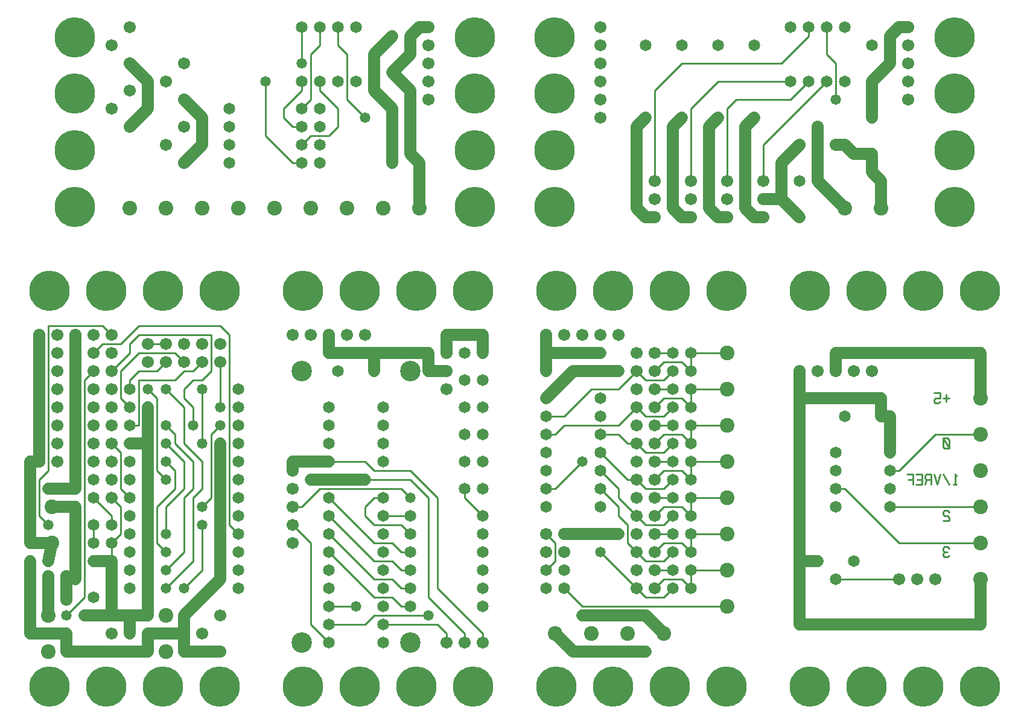
<source format=gbl>
%MOIN*%
%FSLAX25Y25*%
G04 D10 used for Character Trace; *
G04     Circle (OD=.01000) (No hole)*
G04 D11 used for Power Trace; *
G04     Circle (OD=.06700) (No hole)*
G04 D12 used for Signal Trace; *
G04     Circle (OD=.01100) (No hole)*
G04 D13 used for Via; *
G04     Circle (OD=.05800) (Round. Hole ID=.02800)*
G04 D14 used for Component hole; *
G04     Circle (OD=.06500) (Round. Hole ID=.03500)*
G04 D15 used for Component hole; *
G04     Circle (OD=.06700) (Round. Hole ID=.04300)*
G04 D16 used for Component hole; *
G04     Circle (OD=.08100) (Round. Hole ID=.05100)*
G04 D17 used for Component hole; *
G04     Circle (OD=.08900) (Round. Hole ID=.05900)*
G04 D18 used for Component hole; *
G04     Circle (OD=.11300) (Round. Hole ID=.08300)*
G04 D19 used for Component hole; *
G04     Circle (OD=.16000) (Round. Hole ID=.13000)*
G04 D20 used for Component hole; *
G04     Circle (OD=.18300) (Round. Hole ID=.15300)*
G04 D21 used for Component hole; *
G04     Circle (OD=.22291) (Round. Hole ID=.19291)*
%ADD10C,.01000*%
%ADD11C,.06700*%
%ADD12C,.01100*%
%ADD13C,.05800*%
%ADD14C,.06500*%
%ADD15C,.06700*%
%ADD16C,.08100*%
%ADD17C,.08900*%
%ADD18C,.11300*%
%ADD19C,.16000*%
%ADD20C,.18300*%
%ADD21C,.22291*%
%IPPOS*%
%LPD*%
G90*X0Y0D02*D11*X45000Y45000D02*X65000D01*        
Y35000D01*X75000D01*D14*D03*D11*X110000D01*       
Y45000D01*X130000D01*Y35000D01*X150000D01*D15*D03*
X140000Y45000D03*D11*X130000D02*Y55000D01*D16*    
X120000D03*Y35000D03*D11*X130000Y55000D02*        
X150000Y75000D01*Y95000D01*D13*D03*D11*Y150000D01*
D13*D03*D12*X145000Y120000D02*Y155000D01*         
X140000Y115000D02*X145000Y120000D01*D13*          
X140000Y115000D03*D12*X135000Y85000D02*Y120000D01*
X120000Y70000D02*X135000Y85000D01*D13*            
X120000Y70000D03*X130000D03*D12*X140000Y80000D01* 
Y105000D01*D13*D03*D12*X120000Y80000D02*          
X130000Y90000D01*D13*X120000Y80000D03*D12*        
X130000Y90000D02*Y120000D01*X135000Y125000D01*    
Y140000D01*X125000Y150000D01*Y155000D01*          
X120000Y160000D01*D13*D03*D12*X140000Y140000D02*  
X130000Y150000D01*X140000Y125000D02*Y140000D01*   
X135000Y120000D02*X140000Y125000D01*              
X120000Y115000D02*X130000Y125000D01*              
X120000Y100000D02*Y115000D01*D13*Y100000D03*D12*  
Y90000D02*X115000Y95000D01*D13*X120000Y90000D03*  
D12*X115000Y95000D02*Y115000D01*X125000Y125000D01*
Y135000D01*X120000Y140000D01*D13*D03*D12*         
Y130000D02*X115000Y135000D01*D13*                 
X120000Y130000D03*D12*X115000Y135000D02*          
Y175000D01*X110000Y180000D01*D13*D03*D12*         
X105000Y160000D02*Y185000D01*X100000Y160000D02*   
X105000D01*D14*X100000D03*D11*X110000Y55000D02*   
Y150000D01*X100000Y55000D02*X110000D01*           
X100000Y45000D02*Y55000D01*D13*Y45000D03*D11*     
X75000Y55000D02*X90000D01*D14*X75000D03*D15*      
X65000Y63500D03*D11*Y76500D01*D15*D03*D11*        
X70000Y75000D01*Y115000D01*X57000D01*D16*D03*D12* 
X55000Y105000D02*X50000Y110000D01*D13*            
X55000Y105000D03*D12*X50000Y110000D02*Y130000D01* 
X55000Y135000D01*Y215000D01*X85000D01*            
X90000Y210000D01*D15*D03*D12*X85000Y205000D02*    
X95000D01*X80000Y200000D02*X85000Y205000D01*D15*  
X80000Y200000D03*X90000Y190000D03*D12*            
X100000Y200000D01*Y205000D01*X105000Y210000D01*   
X145000D01*Y190000D01*X140000Y185000D01*          
X135000D01*X130000Y180000D01*Y175000D01*          
X135000Y170000D01*Y160000D01*D13*D03*D12*         
X145000Y155000D02*X150000Y160000D01*D13*D03*D14*  
X160000Y150000D03*Y170000D03*D13*                 
X140000Y150000D03*D12*Y180000D01*D13*D03*         
X150000Y170000D03*D12*Y195000D01*D15*D03*         
X140000Y205000D03*X150000D03*X140000Y195000D03*   
D12*X135000Y190000D01*X130000D01*                 
X125000Y185000D01*X105000D01*D14*                 
X100000Y180000D03*D12*Y185000D01*                 
X105000Y190000D01*X115000D01*X120000Y195000D01*   
D15*D03*D12*X130000D02*X125000Y200000D01*D15*     
X130000Y195000D03*D12*X105000Y200000D02*          
X125000D01*X95000Y190000D02*X105000Y200000D01*    
X95000Y175000D02*Y190000D01*X100000Y170000D02*    
X95000Y175000D01*D14*X100000Y170000D03*D15*       
X90000Y180000D03*Y160000D03*D13*X110000Y170000D03*
D11*Y150000D01*X100000D01*D14*D03*D12*            
X95000Y125000D02*Y145000D01*X100000Y120000D02*    
X95000Y125000D01*D14*X100000Y120000D03*D12*       
X95000Y100000D02*Y115000D01*X90000Y95000D02*      
X95000Y100000D01*D14*X90000Y95000D03*D12*         
Y85000D01*D15*D03*D11*Y55000D01*X100000D01*D15*   
X90000Y45000D03*D14*X100000Y70000D03*             
X80000Y65000D03*D12*X65000Y55000D02*              
X75000Y65000D01*D13*X65000Y55000D03*D12*          
X75000Y65000D02*Y185000D01*X80000Y190000D01*D15*  
D03*X90000Y200000D03*X70000D03*D11*Y190000D01*D15*
D03*D11*Y180000D01*D15*D03*D11*Y170000D01*D15*D03*
D11*Y160000D01*D15*D03*D11*Y150000D01*D15*D03*D11*
Y140000D01*D15*D03*D11*Y125000D01*X55000D01*D13*  
D03*D15*X60000Y140000D03*X50000D03*D11*X45000D01* 
Y95000D01*X57000D01*D16*D03*D11*X55000Y85000D01*  
D13*D03*X45000D03*D11*Y45000D01*D16*              
X55000Y35000D03*Y55000D03*D11*Y63500D01*D15*D03*  
D11*Y76500D01*D15*D03*D14*X80000Y85000D03*D11*    
X90000D01*D14*X80000Y95000D03*D12*Y105000D01*D14* 
D03*X90000D03*D12*Y110000D01*X80000Y120000D01*D14*
D03*D15*X90000Y130000D03*Y120000D03*D12*          
X95000Y115000D01*D14*X100000Y110000D03*           
X80000Y130000D03*X100000D03*Y100000D03*Y140000D03*
D15*X90000D03*D14*X100000Y90000D03*D15*           
X80000Y140000D03*D12*X95000Y145000D02*            
X90000Y150000D01*D15*D03*X80000Y160000D03*        
Y150000D03*X90000Y170000D03*X80000D03*D13*        
X120000Y180000D03*D12*X130000Y170000D01*          
Y150000D01*D13*X120000D03*D12*X130000Y140000D01*  
Y125000D01*X160000Y100000D02*X155000Y105000D01*   
D14*X160000Y100000D03*D12*X155000Y105000D02*      
Y210000D01*X150000Y215000D01*X105000D01*          
X95000Y205000D01*D15*X110000Y195000D03*           
X80000Y210000D03*X110000Y205000D03*D12*X120000D01*
D15*D03*X130000D03*D21*X149375Y234375D03*         
X118125D03*X86875D03*D14*X160000Y180000D03*D15*   
X80000D03*D14*X160000Y160000D03*D15*              
X70000Y210000D03*D11*Y200000D01*D15*              
X60000Y210000D03*Y190000D03*Y200000D03*           
X50000Y180000D03*D11*Y170000D01*D15*D03*D11*      
Y160000D01*D15*D03*D11*Y150000D01*D15*D03*D11*    
Y140000D01*D15*X60000Y150000D03*Y160000D03*       
Y170000D03*Y180000D03*D11*X50000D02*Y190000D01*   
D15*D03*D11*Y200000D01*D15*D03*D11*Y210000D01*D15*
D03*D21*X55625Y234375D03*D14*X160000Y110000D03*   
Y120000D03*Y130000D03*Y140000D03*Y90000D03*       
X100000Y80000D03*X160000D03*Y70000D03*D15*        
X150000Y55000D03*D21*X55625Y15625D03*X86875D03*   
X118125D03*X149375D03*G90*X0Y0D02*D15*            
X190000Y95000D03*Y105000D03*D12*X200000Y95000D01* 
Y50000D01*X210000Y40000D01*D14*D03*Y50000D03*D12* 
X230000D01*X235000Y55000D01*X265000D01*D13*D03*   
D12*X275000Y45000D02*X270000Y50000D01*            
X275000Y40000D02*Y45000D01*D15*Y40000D03*         
X285000D03*D12*Y45000D01*X265000Y65000D01*        
Y120000D01*X255000Y130000D01*X230000D01*D13*D03*  
D11*X200000D01*D13*D03*D12*X195000Y115000D02*     
X205000Y125000D01*X190000Y115000D02*X195000D01*   
D15*X190000D03*Y125000D03*D12*X205000D02*         
X250000D01*X255000Y120000D01*D13*D03*D14*         
Y110000D03*D12*X240000D01*D14*D03*D12*            
X235000Y105000D02*X250000D01*X255000Y100000D01*   
D14*D03*D12*X250000Y90000D02*X255000D01*D14*D03*  
D12*X250000D02*X245000Y95000D01*X235000D01*       
X210000Y120000D01*D14*D03*Y110000D03*D12*         
X235000Y85000D01*X245000D01*X250000Y80000D01*     
X255000D01*D14*D03*D12*X250000Y70000D02*          
X255000D01*D14*D03*D12*X250000D02*                
X245000Y75000D01*X235000D01*X210000Y100000D01*D14*
D03*Y90000D03*D12*X235000Y65000D01*X245000D01*    
X250000Y60000D01*X255000D01*D14*D03*D12*          
X240000Y50000D02*X270000D01*D14*X240000D03*       
Y60000D03*Y40000D03*D18*X255000D03*D13*           
X225000Y60000D03*D12*X210000D01*D14*D03*Y70000D03*
D18*X195000Y40000D03*D14*X210000Y80000D03*        
X240000Y90000D03*Y70000D03*Y80000D03*Y100000D03*  
D12*X235000Y105000D02*X230000Y110000D01*          
Y115000D01*X235000Y120000D01*X240000D01*D14*D03*  
D12*X270000D02*X255000Y135000D01*X270000Y70000D02*
Y120000D01*X295000Y45000D02*X270000Y70000D01*     
X295000Y40000D02*Y45000D01*D15*Y40000D03*D14*     
Y60000D03*D21*X289375Y15625D03*D14*               
X295000Y70000D03*D21*X258125Y15625D03*D14*        
X295000Y80000D03*Y90000D03*Y100000D03*Y110000D03* 
D12*X285000Y120000D01*Y125000D01*D14*D03*         
X295000D03*Y140000D03*X285000D03*                 
X295000Y155000D03*D12*X235000Y135000D02*          
X255000D01*X235000D02*X230000Y140000D01*          
X210000D01*D14*D03*D11*X190000D01*Y135000D01*D15* 
D03*D14*X210000Y150000D03*Y160000D03*Y170000D03*  
X240000Y140000D03*Y150000D03*Y160000D03*          
Y170000D03*X235000Y190000D03*D11*Y200000D01*      
X210000D01*Y210000D01*D15*D03*X220000D03*         
X200000D03*D18*X195000Y190000D03*D15*             
X230000Y210000D03*X190000D03*D14*                 
X215000Y190000D03*D21*X226875Y234375D03*D11*      
X235000Y200000D02*X265000D01*Y190000D01*          
X275000D01*D15*D03*D14*X285000Y200000D03*         
Y185000D03*D15*X275000Y200000D03*D11*Y210000D01*  
X295000D01*Y200000D01*D14*D03*Y185000D03*D15*     
X275000Y180000D03*D14*X285000Y170000D03*          
X295000D03*D21*X258125Y234375D03*X289375D03*D18*  
X255000Y190000D03*D14*X285000Y155000D03*D21*      
X195625Y234375D03*Y15625D03*X226875D03*G90*       
X0Y0D02*D14*X330000Y70000D03*Y80000D03*D12*       
X335000Y85000D01*Y95000D01*X330000Y100000D01*D15* 
D03*X340000Y90000D03*Y100000D03*D11*X370000D01*   
D13*D03*D12*X380000Y90000D02*X375000Y95000D01*D15*
X380000Y90000D03*D12*X385000Y85000D01*X395000D01* 
X400000Y90000D01*D14*D03*D12*X410000D02*          
X405000Y95000D01*D14*X410000Y90000D03*D12*        
Y100000D01*D14*D03*D12*X430000D01*D16*D03*D14*    
X410000Y120000D03*D12*Y110000D01*D14*D03*D12*     
X405000Y115000D01*X395000D01*X390000Y110000D01*   
D15*D03*D12*X385000Y105000D02*X395000D01*         
X385000D02*X380000Y110000D01*D15*D03*D12*         
X370000Y120000D01*Y125000D01*X360000Y135000D01*   
D14*D03*D13*X350000Y140000D03*D12*                
X335000Y125000D01*X330000D01*D14*D03*Y135000D03*  
Y115000D03*Y145000D03*X360000Y155000D03*D12*      
X370000D01*X375000Y150000D01*X380000D01*D15*D03*  
D12*X385000Y145000D01*X395000D01*                 
X400000Y150000D01*D14*D03*D12*X410000D02*         
X405000Y155000D01*D14*X410000Y150000D03*D12*      
Y160000D01*D14*D03*D12*X430000D01*D16*D03*D14*    
X410000Y180000D03*D12*Y170000D01*D14*D03*D12*     
X405000Y175000D01*X395000D01*X390000Y170000D01*   
D15*D03*D12*X385000Y165000D02*X395000D01*         
X385000D02*X380000Y170000D01*D15*D03*D12*         
X370000Y160000D01*X340000D01*X335000Y155000D01*   
X330000D01*D14*D03*D12*Y165000D02*X340000D01*D14* 
X330000D03*D12*X340000D02*X355000Y180000D01*      
X370000D01*X380000Y190000D01*D15*D03*D12*         
X385000Y185000D01*X395000D01*X400000Y190000D01*   
D14*D03*D12*X410000D02*X405000Y195000D01*D14*     
X410000Y190000D03*D12*Y200000D01*D14*D03*D12*     
X430000D01*D16*D03*D12*X410000Y180000D02*         
X430000D01*D16*D03*D12*X395000Y155000D02*         
X405000D01*X390000Y150000D02*X395000Y155000D01*   
D15*X390000Y150000D03*D14*X400000Y140000D03*D12*  
X390000D01*D15*D03*D12*Y130000D02*                
X395000Y135000D01*D15*X390000Y130000D03*D12*      
X385000Y125000D02*X395000D01*X385000D02*          
X380000Y130000D01*D15*D03*D12*X375000D01*         
X360000Y145000D01*D14*D03*D15*X380000Y140000D03*  
D14*X360000Y165000D03*Y125000D03*D12*             
X370000Y115000D01*Y110000D01*X375000Y105000D01*   
Y95000D01*D15*X380000Y100000D03*X390000Y80000D03* 
D12*X400000D01*D14*D03*D12*X410000Y70000D02*      
X405000Y75000D01*D14*X410000Y70000D03*D12*        
Y80000D01*D14*D03*D12*X430000D01*D16*D03*         
Y60000D03*D12*X350000D01*X340000Y70000D01*D14*D03*
Y80000D03*D13*X350000Y55000D03*D11*X385000D01*    
X395000Y45000D01*D16*D03*D13*X385000Y35000D03*D11*
X345000D01*X335000Y45000D01*D16*D03*X355000D03*   
D21*X366875Y15625D03*X335625D03*D16*              
X375000Y45000D03*D13*X360000Y90000D03*D12*        
X380000Y70000D01*D15*D03*D12*X385000Y65000D01*    
X395000D01*X400000Y70000D01*D14*D03*D12*          
X395000Y75000D02*X405000D01*X390000Y70000D02*     
X395000Y75000D01*D15*X390000Y70000D03*            
X380000Y80000D03*X390000Y90000D03*D12*            
X395000Y95000D01*X405000D01*D14*X400000Y100000D03*
D12*X390000D01*D15*D03*D12*X395000Y105000D02*     
X400000Y110000D01*D14*D03*D12*X410000Y120000D02*  
X430000D01*D16*D03*D14*X410000Y140000D03*D12*     
Y130000D01*D14*D03*D12*X405000Y135000D01*         
X395000D01*D14*X400000Y130000D03*D12*             
X395000Y125000D01*D14*X400000Y120000D03*D12*      
X390000D01*D15*D03*X380000D03*D12*                
X410000Y140000D02*X430000D01*D16*D03*D14*         
X400000Y170000D03*D12*X395000Y165000D01*D14*      
X400000Y160000D03*D12*X390000D01*D15*D03*         
X380000D03*D14*X400000Y180000D03*D12*X390000D01*  
D15*D03*Y190000D03*D12*X395000Y195000D01*         
X405000D01*D14*X400000Y200000D03*D12*X390000D01*  
D15*D03*X380000D03*X370000Y210000D03*             
X380000Y180000D03*D13*X370000Y190000D03*D11*      
X350000D01*D14*D03*D11*X345000D01*                
X330000Y175000D01*D14*D03*Y190000D03*D11*         
Y200000D01*X360000D01*D13*D03*D15*                
X350000Y210000D03*X360000D03*X340000D03*D14*      
X360000Y175000D03*D15*X330000Y210000D03*D11*      
Y200000D01*D21*X366875Y234375D03*X335625D03*      
X398125D03*D14*X360000Y115000D03*D21*             
X429375Y234375D03*D15*X330000Y90000D03*D21*       
X398125Y15625D03*X429375D03*G90*X0Y0D02*D11*      
X470000Y50000D02*X570000D01*Y75000D01*D16*D03*D10*
X552511Y91914D02*X551674Y92871D01*X550000D01*     
X549163Y91914D01*Y90957D01*X550000Y90000D01*      
X551674D01*X550000D02*X549163Y89043D01*Y88086D01* 
X550000Y87129D01*X551674D01*X552511Y88086D01*D16* 
X570000Y95000D03*D12*X525000D01*X495000Y125000D01*
X490000D01*D14*D03*Y135000D03*Y115000D03*         
Y145000D03*X520000Y115000D03*D12*X570000D01*D16*  
D03*Y135000D03*D10*X552511Y111914D02*             
X551674Y112871D01*X550000D01*X549163Y111914D01*   
Y110957D01*X550000Y110000D01*X551674D01*          
X552511Y109043D01*Y107129D01*X549163D01*          
Y148086D02*X550000Y147129D01*X551674D01*          
X552511Y148086D01*Y151914D01*X551674Y152871D01*   
X550000D01*X549163Y151914D01*Y148086D01*          
X552511Y147129D02*X549163Y152871D01*D15*          
X535000Y75000D03*X545000D03*D10*X556674Y131914D02*
X555837Y132871D01*Y127129D01*X556674D02*          
X555000D01*X552511D02*X549163Y132871D01*          
X547511D02*X545837Y127129D01*X544163Y132871D01*   
X542511Y127129D02*Y132871D01*X540000D01*          
X539163Y131914D01*Y130957D01*X540000Y130000D01*   
X542511D01*X540000D02*X539163Y127129D01*          
X534163D02*X537511D01*Y132871D01*X534163D01*      
X537511Y130000D02*X535000D01*X532511Y127129D02*   
Y132871D01*X529163D01*X532511Y130000D02*          
X530000D01*D16*X570000Y155000D03*D12*X545000D01*  
X525000Y135000D01*X520000D01*D14*D03*Y145000D03*  
D11*Y165000D01*X515000D01*D14*D03*D11*Y175000D01* 
X470000D01*Y85000D01*Y50000D01*D14*               
X490000Y75000D03*D12*X525000D01*D15*D03*D14*      
X500000Y85000D03*X480000D03*D11*X470000D01*D14*   
X520000Y125000D03*D21*X538125Y15625D03*X475625D03*
X506875D03*D14*X495000Y165000D03*D10*             
X552511Y175000D02*X549163D01*X550837Y176914D02*   
Y173086D01*X544163Y177871D02*X547511D01*          
Y175000D01*X545000D01*X544163Y174043D01*          
Y173086D01*X545000Y172129D01*X546674D01*          
X547511Y173086D01*D11*X470000Y175000D02*          
Y190000D01*D15*D03*X480000D03*X490000D03*D11*     
Y200000D01*X570000D01*Y175000D01*D16*D03*D15*     
X510000Y190000D03*D21*X569375Y234375D03*          
X538125D03*X506875D03*D15*X500000Y190000D03*D21*  
X475625Y234375D03*X569375Y15625D03*G90*X0Y0D02*   
D16*X260000Y280000D03*D11*Y305000D01*             
X255000Y310000D01*Y345000D01*X245000Y355000D01*   
D14*D03*D11*X255000Y365000D01*Y375000D01*         
X260000Y380000D01*X265000D01*D15*D03*Y370000D03*  
Y360000D03*D14*X245000Y375000D03*D11*             
X235000Y365000D01*Y345000D01*X245000Y335000D01*   
D14*D03*D11*Y325000D01*D14*D03*D11*Y315000D01*D14*
D03*D11*Y305000D01*D14*D03*D16*X220000Y280000D03* 
X240000D03*D13*X230000Y330000D03*D12*             
X220000Y340000D01*Y365000D01*X215000Y370000D01*   
Y380000D01*D14*D03*D12*X200000Y365000D02*         
X205000Y370000D01*X200000Y365000D02*Y340000D01*   
X195000Y335000D01*D14*D03*X205000Y325000D03*D12*  
Y350000D02*Y345000D01*D14*Y350000D03*D12*         
Y345000D02*X215000Y335000D01*Y325000D01*          
X210000Y320000D01*X200000D01*X195000Y315000D01*   
D14*D03*X205000Y305000D03*D12*X175000Y320000D02*  
X190000Y305000D01*X175000Y350000D02*Y320000D01*   
D13*Y350000D03*D12*X185000Y335000D02*Y330000D01*  
X190000Y325000D01*X195000D01*D14*D03*             
X205000Y315000D03*Y335000D03*D12*X185000D02*      
X195000Y345000D01*Y350000D01*D14*D03*D13*         
Y360000D03*D12*Y380000D01*D14*D03*D12*X205000D02* 
Y370000D01*D14*Y380000D03*X225000D03*             
X215000Y350000D03*X225000D03*X155000Y335000D03*   
Y325000D03*D15*X265000Y340000D03*Y350000D03*D11*  
X130000Y305000D02*X140000Y315000D01*D15*          
X130000Y305000D03*D11*X140000Y330000D02*          
Y315000D01*X130000Y340000D02*X140000Y330000D01*   
D15*X130000Y340000D03*X120000Y350000D03*          
X130000Y325000D03*D11*X100000Y360000D02*          
X110000Y350000D01*D15*X100000Y360000D03*D11*      
X110000Y350000D02*Y335000D01*X100000Y325000D01*   
D15*D03*X90000Y335000D03*X120000Y315000D03*       
X100000Y345000D03*D21*X69375Y343125D03*Y311875D03*
D15*X130000Y360000D03*D21*X69375Y280625D03*D16*   
X100000Y280000D03*D15*X90000Y370000D03*D16*       
X120000Y280000D03*X140000D03*D21*X69375Y374375D03*
D14*X155000Y305000D03*Y315000D03*D15*             
X100000Y380000D03*D16*X160000Y280000D03*          
X180000D03*D12*X190000Y305000D02*X195000D01*D14*  
D03*D16*X200000Y280000D03*D21*X290625Y280625D03*  
Y311875D03*Y343125D03*Y374375D03*G90*X0Y0D02*     
X334375Y280625D03*Y311875D03*Y343125D03*D15*      
X360000Y360000D03*Y330000D03*Y340000D03*          
Y350000D03*Y370000D03*D21*X334375Y374375D03*D15*  
X360000Y380000D03*D11*X380000Y325000D02*          
Y280000D01*Y325000D02*X385000Y330000D01*D14*D03*  
D11*X400000Y325000D02*Y280000D01*                 
X405000Y275000D01*X410000D01*D15*D03*Y285000D03*  
D11*X420000Y325000D02*Y280000D01*Y325000D02*      
X425000Y330000D01*D14*D03*D12*X430000Y335000D02*  
Y295000D01*D15*D03*Y285000D03*D11*                
X420000Y280000D02*X425000Y275000D01*X430000D01*   
D15*D03*D11*X440000Y325000D02*Y280000D01*         
Y325000D02*X445000Y330000D01*D14*D03*D12*         
X430000Y335000D02*X435000Y340000D01*X465000D01*   
X475000Y350000D01*D14*D03*X485000D03*D12*         
X450000Y315000D01*Y295000D01*D15*D03*D11*         
Y285000D02*X460000D01*D15*X450000D03*D11*         
X440000Y280000D02*X445000Y275000D01*X450000D01*   
D15*D03*D11*X460000Y305000D02*Y285000D01*         
Y305000D02*X470000Y315000D01*D15*D03*             
X480000Y325000D03*D11*Y295000D01*                 
X495000Y280000D01*D16*D03*D11*X510000Y310000D02*  
Y300000D01*D14*Y310000D03*D11*X500000D01*         
X495000Y315000D01*X490000D01*D15*D03*D14*         
X470000Y295000D03*D11*X510000Y300000D02*          
X515000Y295000D01*Y280000D01*D16*D03*D21*         
X555625Y280625D03*Y311875D03*D14*                 
X470000Y275000D03*D11*X460000Y285000D01*D12*      
X410000Y335000D02*Y295000D01*D15*D03*             
X390000Y275000D03*D11*X385000D01*                 
X380000Y280000D01*D15*X390000Y285000D03*          
Y295000D03*D12*Y345000D01*X405000Y360000D01*      
X460000D01*X475000Y375000D01*Y380000D01*D14*D03*  
X485000D03*D12*Y365000D01*X490000Y360000D01*      
Y340000D01*D13*D03*D14*X495000Y350000D03*         
X510000Y330000D03*D11*Y350000D01*D14*D03*D11*     
X520000Y360000D01*Y375000D01*X525000Y380000D01*   
X530000D01*D15*D03*Y370000D03*Y360000D03*D14*     
X510000Y370000D03*D21*X555625Y374375D03*D15*      
X530000Y350000D03*D14*X495000Y380000D03*D21*      
X555625Y343125D03*D15*X530000Y340000D03*D14*      
X465000Y380000D03*Y350000D03*D12*X425000D01*      
X410000Y335000D01*D14*X405000Y330000D03*D11*      
X400000Y325000D01*D14*X445000Y370000D03*          
X425000D03*X405000D03*X385000D03*M02*             

</source>
